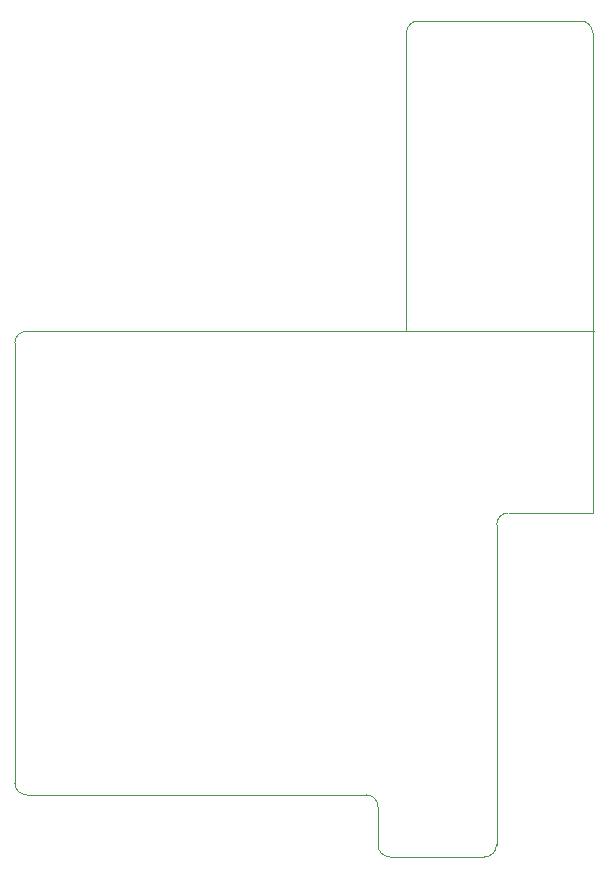
<source format=gm1>
G04 #@! TF.GenerationSoftware,KiCad,Pcbnew,(5.0.0)*
G04 #@! TF.CreationDate,2020-03-09T19:14:55+01:00*
G04 #@! TF.ProjectId,KXKM_esp_remote_control_module,4B584B4D5F6573705F72656D6F74655F,rev?*
G04 #@! TF.SameCoordinates,Original*
G04 #@! TF.FileFunction,Profile,NP*
%FSLAX46Y46*%
G04 Gerber Fmt 4.6, Leading zero omitted, Abs format (unit mm)*
G04 Created by KiCad (PCBNEW (5.0.0)) date 03/09/20 19:14:55*
%MOMM*%
%LPD*%
G01*
G04 APERTURE LIST*
%ADD10C,0.050000*%
G04 APERTURE END LIST*
D10*
X186080014Y-72500000D02*
X169590000Y-72500000D01*
X170162000Y-72500000D02*
X170162000Y-47228000D01*
X170162000Y-47228000D02*
G75*
G02X171162000Y-46228000I1000000J0D01*
G01*
X184912000Y-46228000D02*
X171162000Y-46228000D01*
X185928000Y-87884000D02*
X185928000Y-47244000D01*
X185928000Y-87884000D02*
X178800000Y-87884000D01*
X177790600Y-88884000D02*
G75*
G02X178790600Y-87884000I1000000J0D01*
G01*
X177784000Y-116000000D02*
X177784000Y-88900000D01*
X137000000Y-73500000D02*
G75*
G02X138000000Y-72500000I1000000J0D01*
G01*
X138000000Y-111750000D02*
G75*
G02X137000000Y-110750000I0J1000000D01*
G01*
X166750000Y-111750000D02*
G75*
G02X167750000Y-112750000I0J-1000000D01*
G01*
X168750000Y-117000000D02*
G75*
G02X167750000Y-116000000I0J1000000D01*
G01*
X177784000Y-116000000D02*
G75*
G02X176784000Y-117000000I-1000000J0D01*
G01*
X184912000Y-46228000D02*
G75*
G02X185912000Y-47228000I0J-1000000D01*
G01*
X168750000Y-117000000D02*
X176750000Y-117000000D01*
X167750000Y-112750000D02*
X167750000Y-116000000D01*
X138000000Y-111750000D02*
X166750000Y-111750000D01*
X137000000Y-73507555D02*
X137000000Y-110750000D01*
X170162000Y-72500000D02*
X138000000Y-72500000D01*
M02*

</source>
